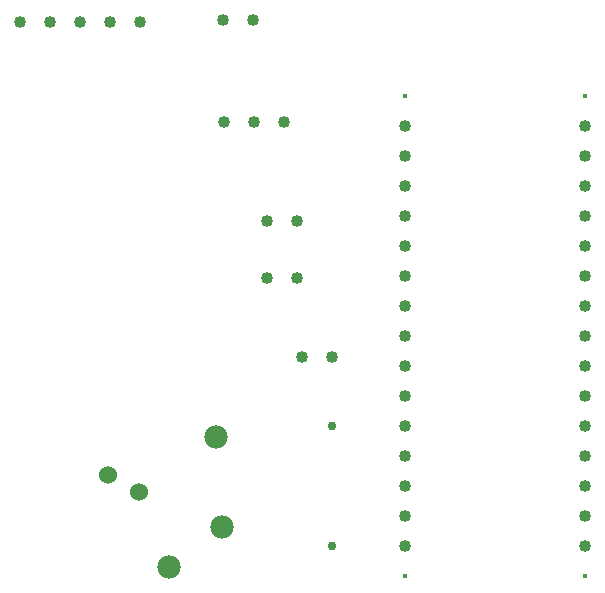
<source format=gbr>
G04 PROTEUS GERBER X2 FILE*
%TF.GenerationSoftware,Labcenter,Proteus,8.9-SP0-Build27865*%
%TF.CreationDate,2021-05-25T10:58:27+00:00*%
%TF.FileFunction,Plated,1,2,PTH*%
%TF.FilePolarity,Positive*%
%TF.Part,Single*%
%TF.SameCoordinates,{7e8d9f27-8a4e-4830-a77b-d38f9a277b4e}*%
%FSLAX45Y45*%
%MOMM*%
G01*
%TA.AperFunction,ComponentDrill*%
%ADD33C,1.016000*%
%ADD34C,0.381000*%
%TA.AperFunction,ComponentDrill*%
%ADD35C,1.970000*%
%ADD36C,1.524000*%
%TA.AperFunction,ComponentDrill*%
%ADD37C,0.762000*%
%TD.AperFunction*%
D33*
X+4200000Y-1750000D03*
X+4200000Y-2004000D03*
X+4200000Y-2258000D03*
X+4200000Y-2512000D03*
X+4200000Y-2766000D03*
X+4200000Y-3020000D03*
X+4200000Y-3274000D03*
X+4200000Y-3528000D03*
X+4200000Y-3782000D03*
X+4200000Y-4036000D03*
X+4200000Y-4290000D03*
X+4200000Y-4544000D03*
X+4200000Y-4798000D03*
X+4200000Y-5052000D03*
X+4200000Y-5306000D03*
X+5724000Y-1750000D03*
X+5724000Y-2004000D03*
X+5724000Y-2258000D03*
X+5724000Y-2512000D03*
X+5724000Y-2766000D03*
X+5724000Y-3020000D03*
X+5724000Y-3274000D03*
X+5724000Y-3528000D03*
X+5724000Y-3782000D03*
X+5724000Y-4036000D03*
X+5724000Y-4290000D03*
X+5724000Y-4544000D03*
X+5724000Y-4798000D03*
X+5724000Y-5052000D03*
X+5724000Y-5306000D03*
D34*
X+4200000Y-1496000D03*
X+4200000Y-5560000D03*
X+5724000Y-5560000D03*
X+5724000Y-1496000D03*
D35*
X+2200000Y-5490000D03*
D36*
X+1680000Y-4710000D03*
X+1950000Y-4850000D03*
D35*
X+2600000Y-4390000D03*
X+2650000Y-5150000D03*
D33*
X+2660000Y-860000D03*
X+2914000Y-860000D03*
D37*
X+3580000Y-5310000D03*
X+3580000Y-4294000D03*
D33*
X+3580000Y-3710000D03*
X+3326000Y-3710000D03*
X+3174000Y-1720000D03*
X+2920000Y-1720000D03*
X+2666000Y-1720000D03*
X+1958000Y-870000D03*
X+1704000Y-870000D03*
X+1450000Y-870000D03*
X+1196000Y-870000D03*
X+942000Y-870000D03*
X+3280000Y-2560000D03*
X+3026000Y-2560000D03*
X+3026000Y-3040000D03*
X+3280000Y-3040000D03*
M02*

</source>
